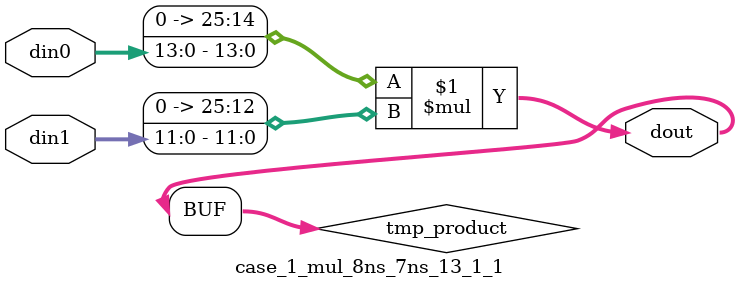
<source format=v>

`timescale 1 ns / 1 ps

 (* use_dsp = "no" *)  module case_1_mul_8ns_7ns_13_1_1(din0, din1, dout);
parameter ID = 1;
parameter NUM_STAGE = 0;
parameter din0_WIDTH = 14;
parameter din1_WIDTH = 12;
parameter dout_WIDTH = 26;

input [din0_WIDTH - 1 : 0] din0; 
input [din1_WIDTH - 1 : 0] din1; 
output [dout_WIDTH - 1 : 0] dout;

wire signed [dout_WIDTH - 1 : 0] tmp_product;
























assign tmp_product = $signed({1'b0, din0}) * $signed({1'b0, din1});











assign dout = tmp_product;





















endmodule

</source>
